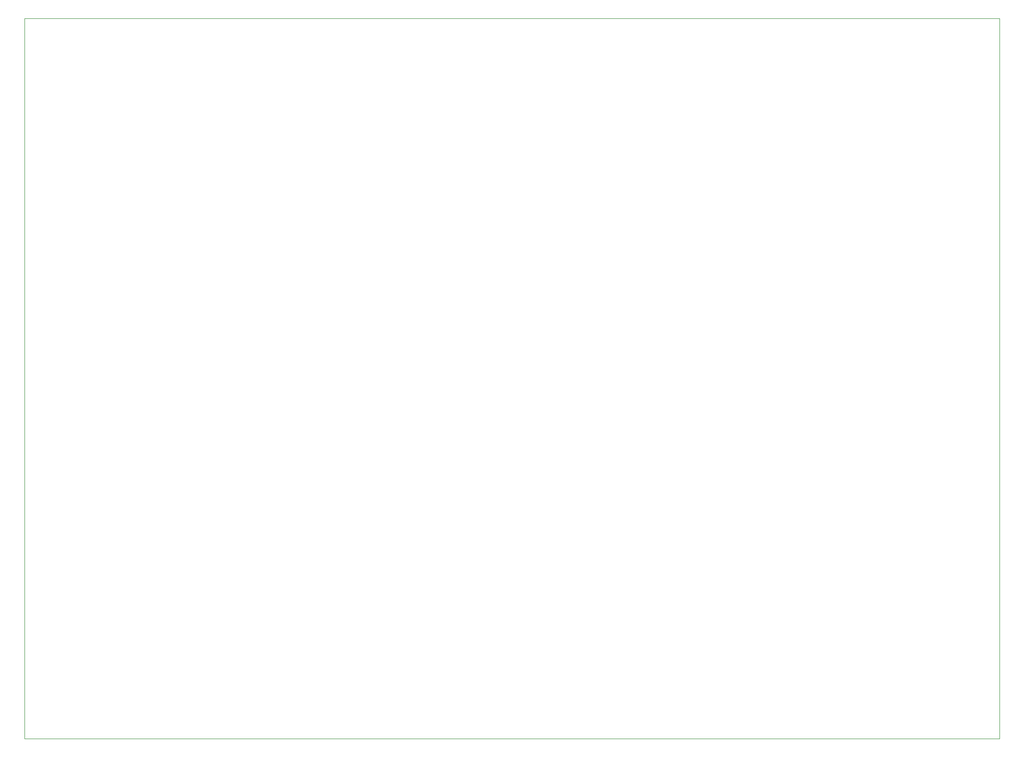
<source format=gm1>
%TF.GenerationSoftware,KiCad,Pcbnew,8.0.4*%
%TF.CreationDate,2025-02-09T10:04:46+05:30*%
%TF.ProjectId,CAR PCB,43415220-5043-4422-9e6b-696361645f70,rev?*%
%TF.SameCoordinates,Original*%
%TF.FileFunction,Profile,NP*%
%FSLAX46Y46*%
G04 Gerber Fmt 4.6, Leading zero omitted, Abs format (unit mm)*
G04 Created by KiCad (PCBNEW 8.0.4) date 2025-02-09 10:04:46*
%MOMM*%
%LPD*%
G01*
G04 APERTURE LIST*
%TA.AperFunction,Profile*%
%ADD10C,0.050000*%
%TD*%
G04 APERTURE END LIST*
D10*
X53987700Y-35204400D02*
X229171500Y-35204400D01*
X229171500Y-164719000D01*
X53987700Y-164719000D01*
X53987700Y-35204400D01*
M02*

</source>
